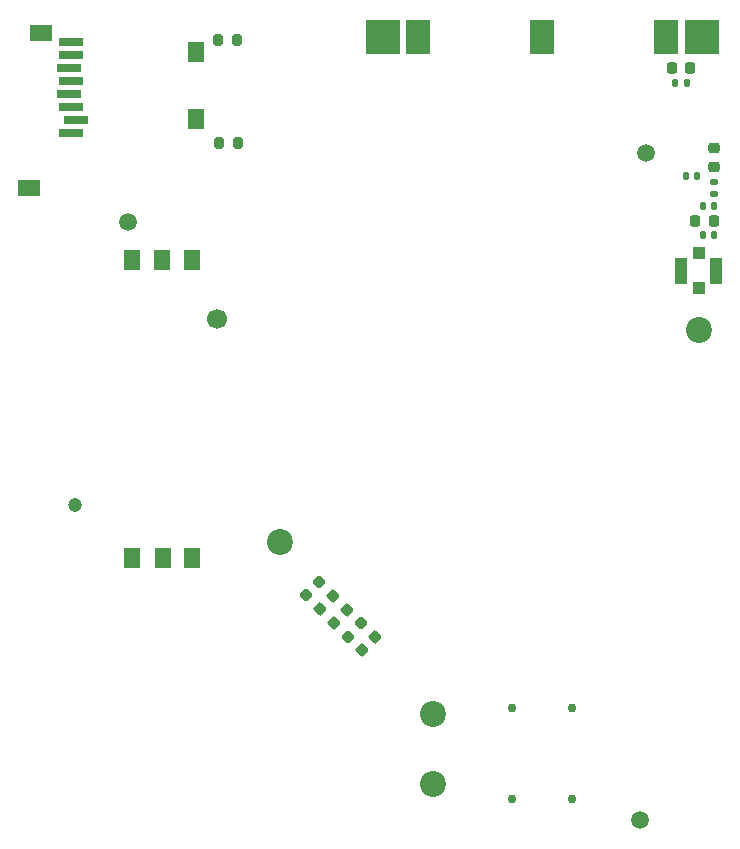
<source format=gbr>
G04 #@! TF.GenerationSoftware,KiCad,Pcbnew,8.0.8+dfsg-1*
G04 #@! TF.CreationDate,2025-03-16T16:51:26-04:00*
G04 #@! TF.ProjectId,RUST_Daughterboard,52555354-5f44-4617-9567-68746572626f,rev?*
G04 #@! TF.SameCoordinates,Original*
G04 #@! TF.FileFunction,Soldermask,Top*
G04 #@! TF.FilePolarity,Negative*
%FSLAX46Y46*%
G04 Gerber Fmt 4.6, Leading zero omitted, Abs format (unit mm)*
G04 Created by KiCad (PCBNEW 8.0.8+dfsg-1) date 2025-03-16 16:51:26*
%MOMM*%
%LPD*%
G01*
G04 APERTURE LIST*
G04 Aperture macros list*
%AMRoundRect*
0 Rectangle with rounded corners*
0 $1 Rounding radius*
0 $2 $3 $4 $5 $6 $7 $8 $9 X,Y pos of 4 corners*
0 Add a 4 corners polygon primitive as box body*
4,1,4,$2,$3,$4,$5,$6,$7,$8,$9,$2,$3,0*
0 Add four circle primitives for the rounded corners*
1,1,$1+$1,$2,$3*
1,1,$1+$1,$4,$5*
1,1,$1+$1,$6,$7*
1,1,$1+$1,$8,$9*
0 Add four rect primitives between the rounded corners*
20,1,$1+$1,$2,$3,$4,$5,0*
20,1,$1+$1,$4,$5,$6,$7,0*
20,1,$1+$1,$6,$7,$8,$9,0*
20,1,$1+$1,$8,$9,$2,$3,0*%
G04 Aperture macros list end*
%ADD10RoundRect,0.225000X-0.017678X0.335876X-0.335876X0.017678X0.017678X-0.335876X0.335876X-0.017678X0*%
%ADD11C,2.200000*%
%ADD12C,1.500000*%
%ADD13RoundRect,0.218750X-0.026517X0.335876X-0.335876X0.026517X0.026517X-0.335876X0.335876X-0.026517X0*%
%ADD14RoundRect,0.200000X0.200000X0.275000X-0.200000X0.275000X-0.200000X-0.275000X0.200000X-0.275000X0*%
%ADD15R,2.000000X0.800000*%
%ADD16R,1.400000X1.800000*%
%ADD17R,1.900000X1.400000*%
%ADD18C,1.200000*%
%ADD19C,1.700000*%
%ADD20RoundRect,0.140000X-0.140000X-0.170000X0.140000X-0.170000X0.140000X0.170000X-0.140000X0.170000X0*%
%ADD21RoundRect,0.147500X-0.147500X-0.172500X0.147500X-0.172500X0.147500X0.172500X-0.147500X0.172500X0*%
%ADD22RoundRect,0.140000X-0.170000X0.140000X-0.170000X-0.140000X0.170000X-0.140000X0.170000X0.140000X0*%
%ADD23RoundRect,0.218750X-0.218750X-0.256250X0.218750X-0.256250X0.218750X0.256250X-0.218750X0.256250X0*%
%ADD24R,1.000000X1.000000*%
%ADD25R,1.050000X2.200000*%
%ADD26R,2.000000X3.000000*%
%ADD27R,3.000000X3.000000*%
%ADD28RoundRect,0.218750X-0.256250X0.218750X-0.256250X-0.218750X0.256250X-0.218750X0.256250X0.218750X0*%
%ADD29C,0.760000*%
G04 APERTURE END LIST*
D10*
X146698008Y-119201992D03*
X145601992Y-120298008D03*
D11*
X141000000Y-113500000D03*
D12*
X172000000Y-80500000D03*
D10*
X145548008Y-118026992D03*
X144451992Y-119123008D03*
D12*
X128200000Y-86400000D03*
D13*
X144356847Y-116843153D03*
X143243153Y-117956847D03*
D10*
X149073008Y-121551992D03*
X147976992Y-122648008D03*
D14*
X137525000Y-79700000D03*
X135875000Y-79700000D03*
X137440000Y-71000000D03*
X135790000Y-71000000D03*
D15*
X123375000Y-78840000D03*
X123775000Y-77740000D03*
X123375000Y-76640000D03*
X123175000Y-75540000D03*
X123375000Y-74440000D03*
X123175000Y-73340000D03*
X123375000Y-72240000D03*
X123375000Y-71140000D03*
D16*
X133925000Y-71950000D03*
X133925000Y-77650000D03*
D17*
X120775000Y-70350000D03*
X119775000Y-83500000D03*
D11*
X176500000Y-95500000D03*
D13*
X147906847Y-120368153D03*
X146793153Y-121481847D03*
D11*
X154000000Y-134000000D03*
D12*
X171500000Y-137000000D03*
D18*
X123690000Y-110360000D03*
D19*
X135665000Y-94555000D03*
D16*
X133580000Y-114866500D03*
X131103500Y-114866500D03*
X128500000Y-114866500D03*
X133580000Y-89593500D03*
X131040000Y-89593500D03*
X128500000Y-89593500D03*
D20*
X176820000Y-85000000D03*
X177780000Y-85000000D03*
D21*
X175415000Y-82500000D03*
X176385000Y-82500000D03*
D22*
X177800000Y-83020000D03*
X177800000Y-83980000D03*
D23*
X176212500Y-86300000D03*
X177787500Y-86300000D03*
X174212500Y-73300000D03*
X175787500Y-73300000D03*
D24*
X176500000Y-89000000D03*
D25*
X177975000Y-90500000D03*
X175025000Y-90500000D03*
D24*
X176500000Y-92000000D03*
D26*
X163250000Y-70750000D03*
X152750000Y-70750000D03*
D27*
X149750000Y-70750000D03*
X176750000Y-70750000D03*
D26*
X173750000Y-70750000D03*
D20*
X176820000Y-87500000D03*
X177780000Y-87500000D03*
X174520000Y-74600000D03*
X175480000Y-74600000D03*
D28*
X177800000Y-80112500D03*
X177800000Y-81687500D03*
D29*
X160660000Y-135200000D03*
X165740000Y-135200000D03*
X160660000Y-127500000D03*
X165740000Y-127500000D03*
D11*
X154000000Y-128000000D03*
M02*

</source>
